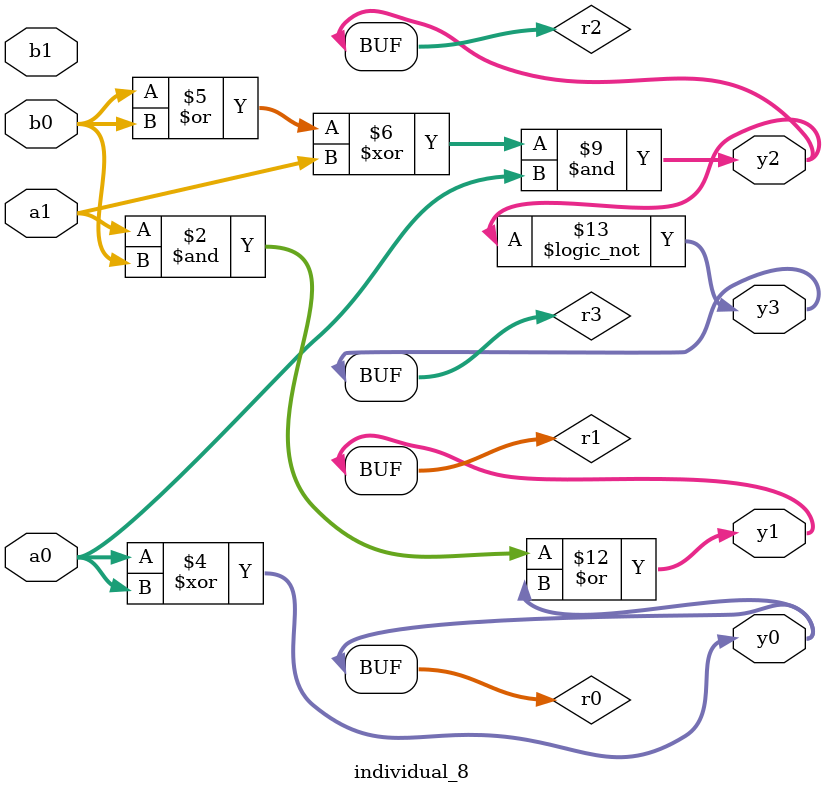
<source format=sv>
module individual_8(input logic [15:0] a1, input logic [15:0] a0, input logic [15:0] b1, input logic [15:0] b0, output logic [15:0] y3, output logic [15:0] y2, output logic [15:0] y1, output logic [15:0] y0);
logic [15:0] r0, r1, r2, r3; 
 always@(*) begin 
	 r0 = a0; r1 = a1; r2 = b0; r3 = b1; 
 	 r1  &=  r2 ;
 	 r3  &=  r0 ;
 	 r0  ^=  a0 ;
 	 r2  |=  b0 ;
 	 r2  ^=  a1 ;
 	 r3  |=  a1 ;
 	 r3 = ! a1 ;
 	 r2  &=  a0 ;
 	 r3  ^=  r3 ;
 	 r3  |=  r0 ;
 	 r1  |=  r0 ;
 	 r3 = ! r2 ;
 	 y3 = r3; y2 = r2; y1 = r1; y0 = r0; 
end
endmodule
</source>
